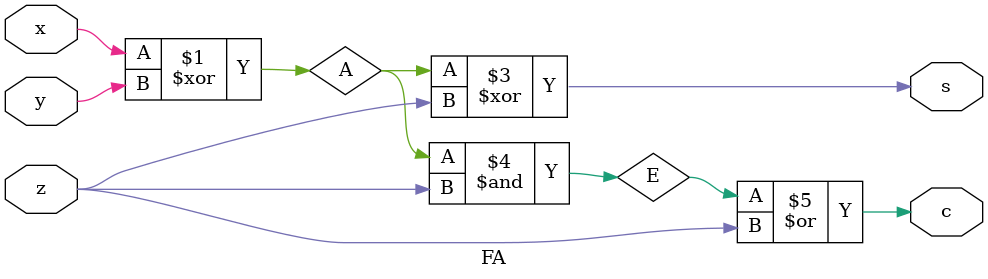
<source format=v>
`timescale 1ns / 1ps


module FA(c,s,x,y,z);

output c,s;
input x,y,z;
wire A,E,B;
xor X1(A,x,y);
and A1(B,x,y);
xor X2(s,A,z);
and A2(E,A,z);
or O1(c,E,z);
endmodule

</source>
